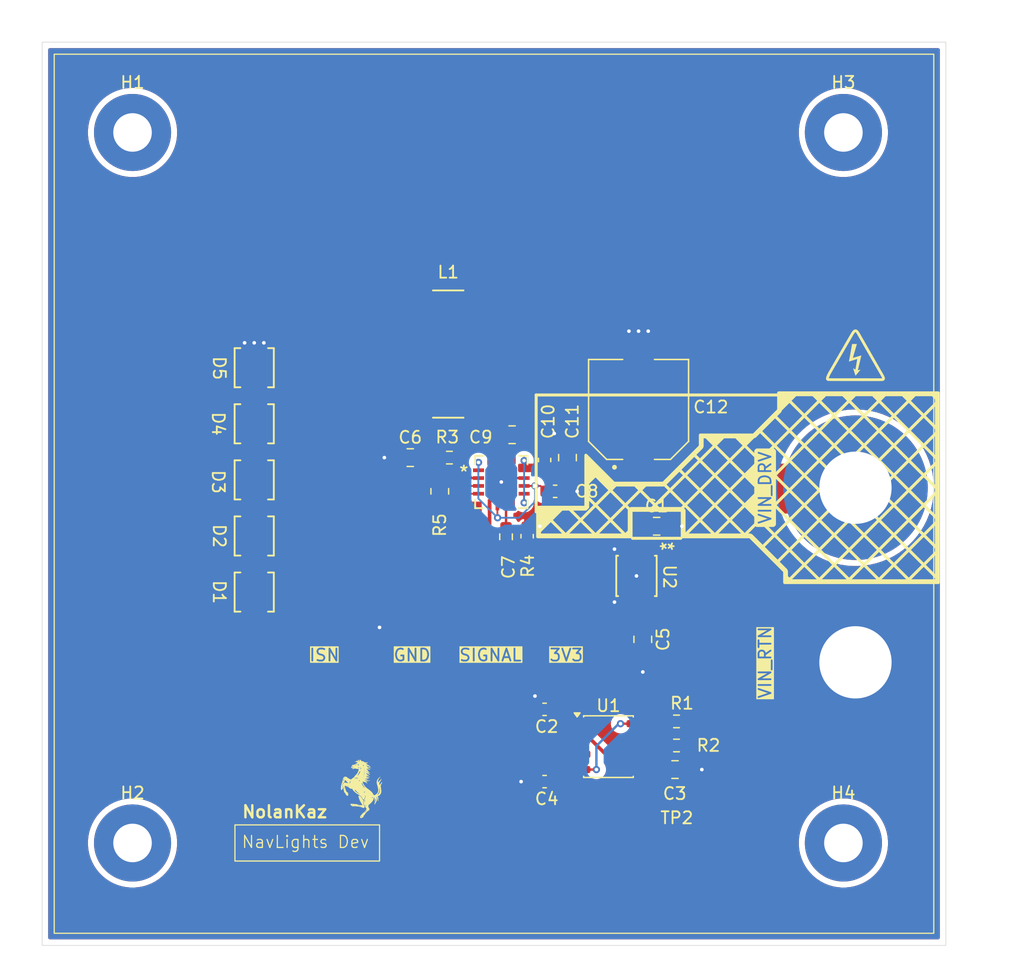
<source format=kicad_pcb>
(kicad_pcb (version 20241229) (generator "pcbnew") (generator_version "9.0")
  (layers (0 "F.Cu" signal) (4 "In1.Cu" signal) (6 "In2.Cu" signal) (2 "B.Cu" signal) (13 "F.Paste" user) (15 "B.Paste" user) (5 "F.SilkS" user "F.Silkscreen") (7 "B.SilkS" user "B.Silkscreen") (1 "F.Mask" user) (3 "B.Mask" user) (25 "Edge.Cuts" user))
  (net 0 "")
  (net 1 "Net-(U1-GND)")
  (net 2 "GND")
  (net 3 "/Main/THR")
  (net 4 "+3V3")
  (net 5 "/Main/ISP")
  (net 6 "Net-(C7-Pad1)")
  (net 7 "/Main/INTVCC")
  (net 8 "/Main/VIN")
  (net 9 "/Main/ISN")
  (net 10 "Net-(D1-K)")
  (net 11 "Net-(D2-K)")
  (net 12 "Net-(D3-K)")
  (net 13 "Net-(D4-K)")
  (net 14 "Net-(U1-DIS)")
  (net 15 "/Main/signal")
  (net 17 "Net-(U3-BST)")
  (net 18 "Net-(C9-Pad2)")
  (net 19 "Net-(U3-FB)")
  (net 20 "Net-(U3-VC)")
  (footprint "Capacitor_SMD:C_0805_2012Metric" (layer "F.Cu") (at 147.5 91.1 180)
    (property "Reference" "C9" (at 2.6 -0.2 0) (layer "F.SilkS"))
    (property "Value" "22nf")
    (pad "1" smd roundrect (at -0.95 0 180) (size 1 1.45) (layers "F.Cu" "F.Mask" "F.Paste") (net 17 "Net-(U3-BST)"))
    (pad "2" smd roundrect (at 0.95 0 180) (size 1 1.45) (layers "F.Cu" "F.Mask" "F.Paste") (net 18 "Net-(C9-Pad2)"))
  )
  (footprint "MountingHole:MountingHole_3.2mm_M3_Pad" (layer "F.Cu") (at 116 125)
    (property "Reference" "H2" (at 0 -4.15 0) (layer "F.SilkS"))
    (property "Value" "MountingHole")
    (pad "1" thru_hole circle (at 0 0) (size 6.4 6.4) (drill 3.2) (layers "*.Cu" "*.Mask"))
  )
  (footprint "Capacitor_SMD:C_0603_1608Metric" (layer "F.Cu") (at 151.075 95.8)
    (property "Reference" "C8" (at 2.625 0 0) (layer "F.SilkS"))
    (property "Value" "2.2uF")
    (pad "1" smd roundrect (at -0.775 0) (size 0.9 0.95) (layers "F.Cu" "F.Mask" "F.Paste") (net 7 "/Main/INTVCC"))
    (pad "2" smd roundrect (at 0.775 0) (size 0.9 0.95) (layers "F.Cu" "F.Mask" "F.Paste") (net 2 "GND"))
  )
  (footprint "Capacitor_SMD:C_0805_2012Metric" (layer "F.Cu") (at 158.35 108.091171 -90)
    (property "Reference" "C5" (at 0 -1.68 90) (layer "F.SilkS"))
    (property "Value" "10uF")
    (pad "1" smd roundrect (at -0.95 0 270) (size 1 1.45) (layers "F.Cu" "F.Mask" "F.Paste") (net 4 "+3V3"))
    (pad "2" smd roundrect (at 0.95 0 270) (size 1 1.45) (layers "F.Cu" "F.Mask" "F.Paste") (net 2 "GND"))
  )
  (footprint "_NavLights:HARWIN_S1751-46R" (layer "F.Cu") (at 132.2 107.1)
    (property "Reference" "ISN " (at 0.1 2.3 0) (layer "F.SilkS" knockout))
    (property "Value" "TP_ISN")
    (pad "1" smd rect (at 0 0) (size 3.45 1.85) (layers "F.Cu" "F.Mask" "F.Paste") (net 9 "/Main/ISN"))
  )
  (footprint "Resistor_SMD:R_0603_1608Metric" (layer "F.Cu") (at 161.15 114.905)
    (property "Reference" "R1" (at 0.45 -1.505 0) (layer "F.SilkS"))
    (property "Value" "100kOHm")
    (pad "1" smd roundrect (at -0.825 0) (size 0.8 0.95) (layers "F.Cu" "F.Mask" "F.Paste") (net 4 "+3V3"))
    (pad "2" smd roundrect (at 0.825 0) (size 0.8 0.95) (layers "F.Cu" "F.Mask" "F.Paste") (net 14 "Net-(U1-DIS)"))
  )
  (footprint "MountingHole:MountingHole_6mm_Pad_TopBottom" (layer "F.Cu") (at 176 110)
    (property "Reference" "VIN_RTN" (at -7.5 0 90) (layer "F.SilkS" knockout))
    (property "Value" "MountingHole_Pad")
    (pad "1" thru_hole circle (at 0 0) (size 6.4 6.4) (drill 6) (layers "*.Cu" "*.Mask") (net 2 "GND"))
    (pad "1" connect circle (at 0 0) (size 12 12) (layers "F.Cu" "F.Mask") (net 2 "GND"))
    (pad "1" connect circle (at 0 0) (size 12 12) (layers "B.Cu" "B.Mask") (net 2 "GND"))
  )
  (footprint "LOGO" (layer "F.Cu") (at 135 120.5)
    (property "Reference" "G***" (hide yes))
    (property "Value" "LOGO" (hide yes))
  )
  (footprint "Resistor_SMD:R_0805_2012Metric" (layer "F.Cu") (at 141.5 95.8 -90)
    (property "Reference" "R5" (at 2.8 0 270) (layer "F.SilkS"))
    (property "Value" "24mO")
    (pad "1" smd roundrect (at -0.9125 0 270) (size 1.025 1.4) (layers "F.Cu" "F.Mask" "F.Paste") (roundrect_rratio 0.243902) (net 5 "/Main/ISP"))
    (pad "2" smd roundrect (at 0.9125 0 270) (size 1.025 1.4) (layers "F.Cu" "F.Mask" "F.Paste") (roundrect_rratio 0.243902) (net 9 "/Main/ISN"))
  )
  (footprint "_NavLights:LED_JB3030AWT_3X3_CRE" (layer "F.Cu") (at 126.1 99.507 -90)
    (property "Reference" "D2" (at 0 2.9 270) (layer "F.SilkS"))
    (property "Value" "LED")
    (pad "1" smd rect (at -0.5842 0 270) (size 1.4224 2.2098) (layers "F.Cu" "F.Mask" "F.Paste") (net 11 "Net-(D2-K)"))
    (pad "2" smd rect (at 1.0541 0 270) (size 0.4826 2.2098) (layers "F.Cu" "F.Mask" "F.Paste") (net 10 "Net-(D1-K)"))
  )
  (footprint "_NavLights:LED_JB3030AWT_3X3_CRE" (layer "F.Cu") (at 126.1 90.1918 -90)
    (property "Reference" "D4" (at 0.000014 2.984951 270) (layer "F.SilkS"))
    (property "Value" "LED")
    (pad "1" smd rect (at -0.5842 0 270) (size 1.4224 2.2098) (layers "F.Cu" "F.Mask" "F.Paste") (net 13 "Net-(D4-K)"))
    (pad "2" smd rect (at 1.0541 0 270) (size 0.4826 2.2098) (layers "F.Cu" "F.Mask" "F.Paste") (net 12 "Net-(D3-K)"))
  )
  (footprint "_NavLights:LED_JB3030AWT_3X3_CRE" (layer "F.Cu") (at 126.1 85.5342 -90)
    (property "Reference" "D5" (at 0.0345 2.9 270) (layer "F.SilkS"))
    (property "Value" "LED")
    (pad "1" smd rect (at -0.5842 0 270) (size 1.4224 2.2098) (layers "F.Cu" "F.Mask" "F.Paste") (net 2 "GND"))
    (pad "2" smd rect (at 1.0541 0 270) (size 0.4826 2.2098) (layers "F.Cu" "F.Mask" "F.Paste") (net 13 "Net-(D4-K)"))
  )
  (footprint "MountingHole:MountingHole_3.2mm_M3_Pad" (layer "F.Cu") (at 175 125)
    (property "Reference" "H4" (at 0 -4.15 0) (layer "F.SilkS"))
    (property "Value" "MountingHole")
    (pad "1" thru_hole circle (at 0 0) (size 6.4 6.4) (drill 3.2) (layers "*.Cu" "*.Mask"))
  )
  (footprint "Capacitor_SMD:C_0603_1608Metric" (layer "F.Cu") (at 148.75 99.525 90)
    (property "Reference" "C7" (at -2.575 -1.55 90) (layer "F.SilkS"))
    (property "Value" "47pF")
    (pad "1" smd roundrect (at -0.775 0 90) (size 0.9 0.95) (layers "F.Cu" "F.Mask" "F.Paste") (net 6 "Net-(C7-Pad1)"))
    (pad "2" smd roundrect (at 0.775 0 90) (size 0.9 0.95) (layers "F.Cu" "F.Mask" "F.Paste") (net 2 "GND"))
  )
  (footprint "_NavLights:LED_JB3030AWT_3X3_CRE" (layer "F.Cu") (at 126.1 104.1646 -90)
    (property "Reference" "D1" (at 0 2.9 270) (layer "F.SilkS"))
    (property "Value" "LED")
    (pad "1" smd rect (at -0.5842 0 270) (size 1.4224 2.2098) (layers "F.Cu" "F.Mask" "F.Paste") (net 10 "Net-(D1-K)"))
    (pad "2" smd rect (at 1.0541 0 270) (size 0.4826 2.2098) (layers "F.Cu" "F.Mask" "F.Paste") (net 9 "/Main/ISN"))
  )
  (footprint "Capacitor_SMD:C_0805_2012Metric" (layer "F.Cu") (at 152.1 93 90)
    (property "Reference" "C11" (at 3 0.4 90) (layer "F.SilkS"))
    (property "Value" "10uF")
    (pad "1" smd roundrect (at -0.95 0 90) (size 1 1.45) (layers "F.Cu" "F.Mask" "F.Paste") (net 8 "/Main/VIN"))
    (pad "2" smd roundrect (at 0.95 0 90) (size 1 1.45) (layers "F.Cu" "F.Mask" "F.Paste") (net 2 "GND"))
  )
  (footprint "MountingHole:MountingHole_3.2mm_M3_Pad" (layer "F.Cu") (at 175 66)
    (property "Reference" "H3" (at 0 -4.15 0) (layer "F.SilkS"))
    (property "Value" "MountingHole")
    (pad "1" thru_hole circle (at 0 0) (size 6.4 6.4) (drill 3.2) (layers "*.Cu" "*.Mask"))
  )
  (footprint "Capacitor_SMD:C_0603_1608Metric" (layer "F.Cu") (at 150.2 119.905 180)
    (property "Reference" "C4" (at -0.175 -1.43 0) (layer "F.SilkS"))
    (property "Value" "0.1uF")
    (pad "1" smd roundrect (at -0.775 0 180) (size 0.9 0.95) (layers "F.Cu" "F.Mask" "F.Paste") (net 4 "+3V3"))
    (pad "2" smd roundrect (at 0.775 0 180) (size 0.9 0.95) (layers "F.Cu" "F.Mask" "F.Paste") (net 2 "GND"))
  )
  (footprint "Resistor_SMD:R_0603_1608Metric" (layer "F.Cu") (at 147 99.575 -90)
    (property "Reference" "R4" (at 2.425 -1.8 90) (layer "F.SilkS"))
    (property "Value" "10kO")
    (pad "1" smd roundrect (at -0.825 0 270) (size 0.8 0.95) (layers "F.Cu" "F.Mask" "F.Paste") (net 20 "Net-(U3-VC)"))
    (pad "2" smd roundrect (at 0.825 0 270) (size 0.8 0.95) (layers "F.Cu" "F.Mask" "F.Paste") (net 6 "Net-(C7-Pad1)"))
  )
  (footprint "Resistor_SMD:R_0603_1608Metric" (layer "F.Cu") (at 161.15 116.905)
    (property "Reference" "R2" (at 2.65 -0.005 0) (layer "F.SilkS"))
    (property "Value" "2490kOHm")
    (pad "1" smd roundrect (at -0.825 0) (size 0.8 0.95) (layers "F.Cu" "F.Mask" "F.Paste") (net 14 "Net-(U1-DIS)"))
    (pad "2" smd roundrect (at 0.825 0) (size 0.8 0.95) (layers "F.Cu" "F.Mask" "F.Paste") (net 3 "/Main/THR"))
  )
  (footprint "_NavLights:HARWIN_S1751-46R" (layer "F.Cu") (at 139.2 107.1)
    (property "Reference" "GND" (at 0 2.3 0) (layer "F.SilkS" knockout))
    (property "Value" "TP_GND")
    (pad "1" smd rect (at 0 0) (size 3.45 1.85) (layers "F.Cu" "F.Mask" "F.Paste") (net 2 "GND"))
  )
  (footprint "Resistor_SMD:R_0603_1608Metric" (layer "F.Cu") (at 142.3 93)
    (property "Reference" "R3" (at -0.175 -1.7 0) (layer "F.SilkS"))
    (property "Value" "274kOhm")
    (pad "1" smd roundrect (at -0.825 0) (size 0.8 0.95) (layers "F.Cu" "F.Mask" "F.Paste") (net 5 "/Main/ISP"))
    (pad "2" smd roundrect (at 0.825 0) (size 0.8 0.95) (layers "F.Cu" "F.Mask" "F.Paste") (net 19 "Net-(U3-FB)"))
  )
  (footprint "LOGO" (layer "F.Cu") (at 176 84.5)
    (property "Reference" "G***" (hide yes))
    (property "Value" "LOGO" (hide yes))
  )
  (footprint "MountingHole:MountingHole_3.2mm_M3_Pad" (layer "F.Cu") (at 116 66)
    (property "Reference" "H1" (at 0 -4.15 0) (layer "F.SilkS"))
    (property "Value" "MountingHole")
    (pad "1" thru_hole circle (at 0 0) (size 6.4 6.4) (drill 3.2) (layers "*.Cu" "*.Mask"))
  )
  (footprint "_NavLights:LED_JB3030AWT_3X3_CRE" (layer "F.Cu") (at 126.1 94.8494 -90)
    (property "Reference" "D3" (at 0.166677 2.984951 270) (layer "F.SilkS"))
    (property "Value" "LED")
    (pad "1" smd rect (at -0.5842 0 270) (size 1.4224 2.2098) (layers "F.Cu" "F.Mask" "F.Paste") (net 12 "Net-(D3-K)"))
    (pad "2" smd rect (at 1.0541 0 270) (size 0.4826 2.2098) (layers "F.Cu" "F.Mask" "F.Paste") (net 11 "Net-(D2-K)"))
  )
  (footprint "Capacitor_SMD:C_0805_2012Metric" (layer "F.Cu") (at 161.025 118.905)
    (property "Reference" "C3" (at -0.025 1.995 0) (layer "F.SilkS"))
    (property "Value" "0.27")
    (pad "1" smd roundrect (at -0.95 0) (size 1 1.45) (layers "F.Cu" "F.Mask" "F.Paste") (net 3 "/Main/THR"))
    (pad "2" smd roundrect (at 0.95 0) (size 1 1.45) (layers "F.Cu" "F.Mask" "F.Paste") (net 2 "GND"))
  )
  (footprint "_NavLights:HARWIN_S1751-46R" (layer "F.Cu") (at 152 107.1)
    (property "Reference" "3V3" (at 0 2.3 0) (layer "F.SilkS" knockout))
    (property "Value" "3V3")
    (pad "1" smd rect (at 0 0) (size 3.45 1.85) (layers "F.Cu" "F.Mask" "F.Paste") (net 4 "+3V3"))
  )
  (footprint "_NavLights:IND_BOURNS_SRN1060" (layer "F.Cu") (at 142.2 84.4 180)
    (property "Reference" "L1" (at 0 6.8 0) (layer "F.SilkS"))
    (property "Value" "150uH")
    (pad "1" smd rect (at -3.302 0 180) (size 3.5052 10.2108) (layers "F.Cu" "F.Mask" "F.Paste") (net 18 "Net-(C9-Pad2)"))
    (pad "2" smd rect (at 3.302 0 180) (size 3.5052 10.2108) (layers "F.Cu" "F.Mask" "F.Paste") (net 5 "/Main/ISP"))
    (zone (net 0) (net_name "") (layer "F.Cu") (connect_pads (clearance 0)) (min_thickness 0.254)
      (keepout (tracks not_allowed) (vias not_allowed) (pads allowed) (copperpour not_allowed) (footprints allowed))
      (fill (thermal_gap 0.508) (thermal_bridge_width 0.508))
      (polygon (pts (xy 143.6986 89.5054) (xy 140.7014 89.5054) (xy 140.7014 79.2946) (xy 143.6986 79.2946)))
    )
  )
  (footprint "Capacitor_SMD:C_0805_2012Metric" (layer "F.Cu") (at 139.05 93)
    (property "Reference" "C6" (at 0 -1.68 0) (layer "F.SilkS"))
    (property "Value" "4.7uF")
    (pad "1" smd roundrect (at -0.95 0) (size 1 1.45) (layers "F.Cu" "F.Mask" "F.Paste") (net 2 "GND"))
    (pad "2" smd roundrect (at 0.95 0) (size 1 1.45) (layers "F.Cu" "F.Mask" "F.Paste") (net 5 "/Main/ISP"))
  )
  (footprint "Package_SO:SOIC-8_3.9x4.9mm_P1.27mm" (layer "F.Cu") (at 155.5 117)
    (property "Reference" "U1" (at 0 -3.4 0) (layer "F.SilkS"))
    (property "Value" "LMC555xCMX")
    (pad "1" smd roundrect (at -2.475 -1.905) (size 1.95 0.6) (layers "F.Cu" "F.Mask" "F.Paste") (net 1 "Net-(U1-GND)"))
    (pad "2" smd roundrect (at -2.475 -0.635) (size 1.95 0.6) (layers "F.Cu" "F.Mask" "F.Paste") (net 3 "/Main/THR"))
    (pad "3" smd roundrect (at -2.475 0.635) (size 1.95 0.6) (layers "F.Cu" "F.Mask" "F.Paste") (net 15 "/Main/signal"))
    (pad "4" smd roundrect (at -2.475 1.905) (size 1.95 0.6) (layers "F.Cu" "F.Mask" "F.Paste") (net 4 "+3V3"))
    (pad "5" smd roundrect (at 2.475 1.905) (size 1.95 0.6) (layers "F.Cu" "F.Mask" "F.Paste"))
    (pad "6" smd roundrect (at 2.475 0.635) (size 1.95 0.6) (layers "F.Cu" "F.Mask" "F.Paste") (net 3 "/Main/THR"))
    (pad "7" smd roundrect (at 2.475 -0.635) (size 1.95 0.6) (layers "F.Cu" "F.Mask" "F.Paste") (net 14 "Net-(U1-DIS)"))
    (pad "8" smd roundrect (at 2.475 -1.905) (size 1.95 0.6) (layers "F.Cu" "F.Mask" "F.Paste") (net 4 "+3V3"))
  )
  (footprint "_NavLights:HARWIN_S1751-46R" (layer "F.Cu") (at 145.6 107.1)
    (property "Reference" "SIGNAL" (at 0.1 2.3 0) (layer "F.SilkS" knockout))
    (property "Value" "TP_SIGNAL")
    (pad "1" smd rect (at 0 0) (size 3.45 1.85) (layers "F.Cu" "F.Mask" "F.Paste") (net 15 "/Main/signal"))
  )
  (footprint "Capacitor_SMD:C_0805_2012Metric" (layer "F.Cu") (at 159.5 98.7)
    (property "Reference" "C1" (at 0 -1.68 0) (layer "F.SilkS"))
    (property "Value" "10uF")
    (pad "1" smd roundrect (at -0.95 0) (size 1 1.45) (layers "F.Cu" "F.Mask" "F.Paste") (net 8 "/Main/VIN"))
    (pad "2" smd roundrect (at 0.95 0) (size 1 1.45) (layers "F.Cu" "F.Mask" "F.Paste") (net 2 "GND"))
  )
  (footprint "_NavLights:VSSOP8_DGN_TEX" (layer "F.Cu") (at 157.824979 102.825021 -90)
    (property "Reference" "U2" (at 0.072526 -2.74799 270) (layer "F.SilkS"))
    (property "Value" "TPS7B8133QDGNRQ1")
    (fp_text user "*" (at -2.47015 -2.549779 270) (layer "F.SilkS"))
    (fp_text user "*" (at -2.47015 -2.549779 90) (layer "F.SilkS"))
    (pad "1" smd rect (at -2.21615 -0.974979 270) (size 1.3335 0.4318) (layers "F.Cu" "F.Mask" "F.Paste") (net 8 "/Main/VIN"))
    (pad "2" smd rect (at -2.21615 -0.324993 270) (size 1.3335 0.4318) (layers "F.Cu" "F.Mask" "F.Paste") (net 8 "/Main/VIN"))
    (pad "3" smd rect (at -2.21615 0.324993 270) (size 1.3335 0.4318) (layers "F.Cu" "F.Mask" "F.Paste"))
    (pad "4" smd rect (at -2.21615 0.974979 270) (size 1.3335 0.4318) (layers "F.Cu" "F.Mask" "F.Paste") (net 2 "GND"))
    (pad "5" smd rect (at 2.21615 0.974979 270) (size 1.3335 0.4318) (layers "F.Cu" "F.Mask" "F.Paste") (net 2 "GND"))
    (pad "6" smd rect (at 2.21615 0.324993 270) (size 1.3335 0.4318) (layers "F.Cu" "F.Mask" "F.Paste") (net 2 "GND"))
    (pad "7" smd rect (at 2.21615 -0.324993 270) (size 1.3335 0.4318) (layers "F.Cu" "F.Mask" "F.Paste"))
    (pad "8" smd rect (at 2.21615 -0.974979 270) (size 1.3335 0.4318) (layers "F.Cu" "F.Mask" "F.Paste") (net 4 "+3V3"))
    (pad "9" smd rect (at 0 0 270) (size 1.8542 2.159) (layers "F.Cu" "F.Mask" "F.Paste") (net 2 "GND"))
  )
  (footprint "_NavLights:HARWIN_S1751-46R" (layer "F.Cu") (at 160 125)
    (property "Reference" "TP2" (at 1.175 -2.085 0) (layer "F.SilkS"))
    (property "Value" "TP_THR")
    (pad "1" smd rect (at 0 0) (size 3.45 1.85) (layers "F.Cu" "F.Mask" "F.Paste") (net 3 "/Main/THR"))
  )
  (footprint "_NavLights:05-08-1799_ADI" (layer "F.Cu") (at 146.6077 95.025021)
    (property "Reference" "U3" (hide yes))
    (property "Value" "LT8374RUFM-WPBF")
    (fp_text user "*" (at -3.1077 -0.825021 0) (layer "F.SilkS"))
    (pad "1" smd rect (at -1.8923 -0.974979 90) (size 0.3048 0.9144) (layers "F.Cu" "F.Mask" "F.Paste") (net 7 "/Main/INTVCC"))
    (pad "2" smd rect (at -1.8923 -0.324993 90) (size 0.3048 0.9144) (layers "F.Cu" "F.Mask" "F.Paste") (net 19 "Net-(U3-FB)"))
    (pad "3" smd rect (at -1.8923 0.324993 90) (size 0.3048 0.9144) (layers "F.Cu" "F.Mask" "F.Paste") (net 5 "/Main/ISP"))
    (pad "4" smd rect (at -1.8923 0.974979 90) (size 0.3048 0.9144) (layers "F.Cu" "F.Mask" "F.Paste") (net 9 "/Main/ISN"))
    (pad "5" smd rect (at -0.974979 1.8923) (size 0.3048 0.9144) (layers "F.Cu" "F.Mask" "F.Paste") (net 15 "/Main/signal"))
    (pad "6" smd rect (at -0.324993 1.8923) (size 0.3048 0.9144) (layers "F.Cu" "F.Mask" "F.Paste") (net 7 "/Main/INTVCC"))
    (pad "7" smd rect (at 0.324993 1.8923) (size 0.3048 0.9144) (layers "F.Cu" "F.Mask" "F.Paste") (net 20 "Net-(U3-VC)"))
    (pad "8" smd rect (at 0.974979 1.8923) (size 0.3048 0.9144) (layers "F.Cu" "F.Mask" "F.Paste") (net 2 "GND"))
    (pad "9" smd rect (at 1.8923 0.974979 90) (size 0.3048 0.9144) (layers "F.Cu" "F.Mask" "F.Paste") (net 8 "/Main/VIN"))
    (pad "10" smd rect (at 1.8923 0.324993 90) (size 0.3048 0.9144) (layers "F.Cu" "F.Mask" "F.Paste") (net 7 "/Main/INTVCC"))
    (pad "11" smd rect (at 1.8923 -0.324993 90) (size 0.3048 0.9144) (layers "F.Cu" "F.Mask" "F.Paste") (net 2 "GND"))
    (pad "12" smd rect (at 1.8923 -0.974979 90) (size 0.3048 0.9144) (layers "F.Cu" "F.Mask" "F.Paste") (net 8 "/Main/VIN"))
    (pad "13" smd rect (at 0.974979 -1.8923) (size 0.3048 0.9144) (layers "F.Cu" "F.Mask" "F.Paste") (net 17 "Net-(U3-BST)"))
    (pad "14" smd rect (at 0.324993 -1.8923) (size 0.3048 0.9144) (layers "F.Cu" "F.Mask" "F.Paste") (net 18 "Net-(C9-Pad2)"))
    (pad "15" smd rect (at -0.324993 -1.8923) (size 0.3048 0.9144) (layers "F.Cu" "F.Mask" "F.Paste") (net 18 "Net-(C9-Pad2)"))
    (pad "16" smd rect (at -0.974979 -1.8923) (size 0.3048 0.9144) (layers "F.Cu" "F.Mask" "F.Paste") (net 18 "Net-(C9-Pad2)"))
    (pad "17" smd rect (at 0 0) (size 2.2606 2.2606) (layers "F.Cu" "F.Mask" "F.Paste") (net 2 "GND"))
  )
  (footprint "_NavLights:CAP_EEEFN2A100L" (layer "F.Cu") (at 158 89 90)
    (property "Reference" "C12" (at 0.2 6 180) (layer "F.SilkS"))
    (property "Value" "47uF")
    (pad "1" smd rect (at -3.55 0 90) (size 4 2) (layers "F.Cu" "F.Mask" "F.Paste") (net 8 "/Main/VIN"))
    (pad "2" smd rect (at 3.55 0 90) (size 4 2) (layers "F.Cu" "F.Mask" "F.Paste") (net 2 "GND"))
  )
  (footprint "Capacitor_SMD:C_0603_1608Metric" (layer "F.Cu") (at 150.2 113.905 180)
    (property "Reference" "C2" (at -0.175 -1.43 0) (layer "F.SilkS"))
    (property "Value" "0.1uF")
    (pad "1" smd roundrect (at -0.775 0 180) (size 0.9 0.95) (layers "F.Cu" "F.Mask" "F.Paste") (net 1 "Net-(U1-GND)"))
    (pad "2" smd roundrect (at 0.775 0 180) (size 0.9 0.95) (layers "F.Cu" "F.Mask" "F.Paste") (net 2 "GND"))
  )
  (footprint "MountingHole:MountingHole_6mm_Pad_TopBottom" (layer "F.Cu") (at 176 95.5)
    (property "Reference" "VIN_DRV" (at -7.5 0 90) (layer "F.SilkS" knockout))
    (property "Value" "MountingHole_Pad")
    (pad "1" thru_hole circle (at 0 0) (size 6.4 6.4) (drill 6) (layers "*.Cu" "*.Mask") (net 8 "/Main/VIN"))
    (pad "1" connect circle (at 0 0) (size 12 12) (layers "F.Cu" "F.Mask") (net 8 "/Main/VIN"))
    (pad "1" connect circle (at 0 0) (size 12 12) (layers "B.Cu" "B.Mask") (net 8 "/Main/VIN"))
  )
  (footprint "Capacitor_SMD:C_0603_1608Metric" (layer "F.Cu") (at 150.2 93.2 90)
    (property "Reference" "C10" (at 3.2 0.3 90) (layer "F.SilkS"))
    (property "Value" "1uF")
    (pad "1" smd roundrect (at -0.775 0 90) (size 0.9 0.95) (layers "F.Cu" "F.Mask" "F.Paste") (net 8 "/Main/VIN"))
    (pad "2" smd roundrect (at 0.775 0 90) (size 0.9 0.95) (layers "F.Cu" "F.Mask" "F.Paste") (net 2 "GND"))
  )
  (gr_line (start 157.5 99.7) (end 161.5 99.7) (stroke (width 0.25)) (layer "F.SilkS"))
  (gr_rect (start 109.5 59.5) (end 182.5 132.5) (stroke (width 0.1)) (fill no) (layer "F.SilkS"))
  (gr_line (start 149.5 97.5) (end 149.5 87.8) (stroke (width 0.25)) (layer "F.SilkS"))
  (gr_line (start 149.5 87.8) (end 169.5 87.8) (stroke (width 0.25)) (layer "F.SilkS"))
  (gr_rect (start 124.5 123.5) (end 136.5 126.5) (stroke (width 0.1)) (fill no) (layer "F.SilkS"))
  (gr_rect (start 108.5 58.5) (end 183.5 133.5) (stroke (width 0.05)) (fill no) (layer "Edge.Cuts"))
  (gr_text "NolanKaz" (at 125 123 0) (layer "F.SilkS") (effects (font (size 1 1) (thickness 0.2) (bold yes)) (justify left bottom)))
  (gr_text "NavLights Dev" (at 125 125.5 0) (layer "F.SilkS") (effects (font (size 1 1) (thickness 0.1)) (justify left bottom)))
  (segment (start 153.025 115.095) (end 151.835 113.905) (width 0.3) (layer "F.Cu") (net 1))
  (segment (start 151.835 113.905) (end 150.975 113.905) (width 0.3) (layer "F.Cu") (net 1))
  (segment (start 147.8428 94.700028) (end 147.582679 94.960149) (width 0.2) (layer "F.Cu") (net 2))
  (segment (start 158.35 109.041171) (end 158.35 110.8) (width 0.2) (layer "F.Cu") (net 2))
  (segment (start 148.5 94.700028) (end 147.8428 94.700028) (width 0.2) (layer "F.Cu") (net 2))
  (segment (start 156.85 100.608871) (end 156.85 105.041171) (width 0.2) (layer "F.Cu") (net 2))
  (segment (start 147.582679 94.960149) (end 147.582679 96.917321) (width 0.2) (layer "F.Cu") (net 2))
  (via (at 156 100.6) (size 0.6) (drill 0.3) (layers "F.Cu" "B.Cu") (net 2))
  (via (at 161.6 98.7) (size 0.6) (drill 0.3) (layers "F.Cu" "B.Cu") (net 2))
  (via (at 152.9 95.8) (size 0.6) (drill 0.3) (layers "F.Cu" "B.Cu") (net 2))
  (via (at 149.4 112.8) (size 0.6) (drill 0.3) (layers "F.Cu" "B.Cu") (net 2))
  (via (at 126.1 83.4687) (size 0.6) (drill 0.3) (layers "F.Cu" "B.Cu") (net 2))
  (via (at 158.8 82.5) (size 0.6) (drill 0.3) (layers "F.Cu" "B.Cu") (net 2))
  (via (at 126.9 83.4687) (size 0.6) (drill 0.3) (layers "F.Cu" "B.Cu") (net 2))
  (via (at 158.35 110.8) (size 0.6) (drill 0.3) (layers "F.Cu" "B.Cu") (net 2))
  (via (at 163.25 118.905) (size 0.6) (drill 0.3) (layers "F.Cu" "B.Cu") (net 2))
  (via (at 149.8 98.7) (size 0.6) (drill 0.3) (layers "F.Cu" "B.Cu") (net 2))
  (via (at 157.824979 102.825021) (size 0.6) (drill 0.3) (layers "F.Cu" "B.Cu") (net 2))
  (via (at 136.5 107.1) (size 0.6) (drill 0.3) (layers "F.Cu" "B.Cu") (net 2))
  (via (at 158 82.5) (size 0.6) (drill 0.3) (layers "F.Cu" "B.Cu") (net 2))
  (via (at 148.25 119.905) (size 0.6) (drill 0.3) (layers "F.Cu" "B.Cu") (net 2))
  (via (at 125.3 83.4687) (size 0.6) (drill 0.3) (layers "F.Cu" "B.Cu") (net 2))
  (via (at 136.9 93) (size 0.6) (drill 0.3) (layers "F.Cu" "B.Cu") (net 2))
  (via (at 157.2 82.5) (size 0.6) (drill 0.3) (layers "F.Cu" "B.Cu") (net 2))
  (via (at 151 91) (size 0.6) (drill 0.3) (layers "F.Cu" "B.Cu") (net 2))
  (via (at 146.6077 95.025021) (size 0.6) (drill 0.3) (layers "F.Cu" "B.Cu") (net 2))
  (via (at 156 105) (size 0.6) (drill 0.3) (layers "F.Cu" "B.Cu") (net 2))
  (segment (start 153.999999 116.365) (end 155.269999 117.635) (width 0.3) (layer "F.Cu") (net 3))
  (segment (start 155.269999 117.635) (end 157.975 117.635) (width 0.3) (layer "F.Cu") (net 3))
  (segment (start 153.025 116.365) (end 153.999999 116.365) (width 0.3) (layer "F.Cu") (net 3))
  (segment (start 160.075 118.905) (end 158.805 117.635) (width 0.3) (layer "F.Cu") (net 3))
  (segment (start 160.075 119.425) (end 160 119.5) (width 0.3) (layer "F.Cu") (net 3))
  (segment (start 160.075 118.905) (end 160.075 119.425) (width 0.3) (layer "F.Cu") (net 3))
  (segment (start 158.805 117.635) (end 157.975 117.635) (width 0.3) (layer "F.Cu") (net 3))
  (segment (start 161.975 117.005) (end 161.975 116.905) (width 0.3) (layer "F.Cu") (net 3))
  (segment (start 160 119.5) (end 160 125) (width 0.3) (layer "F.Cu") (net 3))
  (segment (start 160.075 118.905) (end 161.975 117.005) (width 0.3) (layer "F.Cu") (net 3))
  (segment (start 160.325 114.905) (end 160.135 115.095) (width 0.3) (layer "F.Cu") (net 4))
  (segment (start 158.35 107.141171) (end 158.799958 106.691213) (width 0.3) (layer "F.Cu") (net 4))
  (segment (start 157.975 115.095) (end 156.5 115.095) (width 0.2) (layer "F.Cu") (net 4))
  (segment (start 153.025 118.905) (end 151.975 118.905) (width 0.3) (layer "F.Cu") (net 4))
  (segment (start 157.941171 107.141171) (end 157.9 107.1) (width 0.3) (layer "F.Cu") (net 4))
  (segment (start 160.135 115.095) (end 157.975 115.095) (width 0.3) (layer "F.Cu") (net 4))
  (segment (start 158.799958 106.691213) (end 158.799958 105.041171) (width 0.3) (layer "F.Cu") (net 4))
  (segment (start 151.975 118.905) (end 150.975 119.905) (width 0.3) (layer "F.Cu") (net 4))
  (segment (start 157.9 107.1) (end 152 107.1) (width 0.3) (layer "F.Cu") (net 4))
  (segment (start 158.35 107.141171) (end 157.941171 107.141171) (width 0.3) (layer "F.Cu") (net 4))
  (segment (start 160.325 109.116171) (end 160.325 114.905) (width 0.3) (layer "F.Cu") (net 4))
  (segment (start 156.5 115.095) (end 156.345 115.095) (width 0.2) (layer "F.Cu") (net 4))
  (segment (start 153.025 118.905) (end 154.5 118.905) (width 0.2) (layer "F.Cu") (net 4))
  (segment (start 158.35 107.141171) (end 160.325 109.116171) (width 0.3) (layer "F.Cu") (net 4))
  (via (at 154.5 118.905) (size 0.6) (drill 0.3) (layers "F.Cu" "B.Cu") (net 4))
  (via (at 156.5 115.095) (size 0.6) (drill 0.3) (layers "F.Cu" "B.Cu") (net 4))
  (segment (start 154.5 116.95) (end 154.5 118.905) (width 0.2) (layer "B.Cu") (net 4))
  (segment (start 156.355 115.095) (end 154.5 116.95) (width 0.2) (layer "B.Cu") (net 4))
  (segment (start 156.5 115.095) (end 156.355 115.095) (width 0.2) (layer "B.Cu") (net 4))
  (segment (start 141.5 95.5) (end 141.6 95.6) (width 0.15) (layer "F.Cu") (net 5))
  (segment (start 143.7 95.6) (end 143.949986 95.350014) (width 0.15) (layer "F.Cu") (net 5))
  (segment (start 141.6 95.6) (end 143.7 95.6) (width 0.15) (layer "F.Cu") (net 5))
  (segment (start 141.5 94.8875) (end 141.5 95.5) (width 0.15) (layer "F.Cu") (net 5))
  (segment (start 143.949986 95.350014) (end 144.7154 95.350014) (width 0.15) (layer "F.Cu") (net 5))
  (segment (start 147.1 100.3) (end 147 100.4) (width 0.2) (layer "F.Cu") (net 6))
  (segment (start 148.75 100.3) (end 147.1 100.3) (width 0.2) (layer "F.Cu") (net 6))
  (segment (start 150.3 95.8) (end 149.850014 95.350014) (width 0.15) (layer "F.Cu") (net 7))
  (segment (start 146.282707 97.981058) (end 146.296296 97.994647) (width 0.15) (layer "F.Cu") (net 7))
  (segment (start 149.4 95.350014) (end 148.5 95.350014) (width 0.15) (layer "F.Cu") (net 7))
  (segment (start 146.282707 96.917321) (end 146.282707 97.981058) (width 0.15) (layer "F.Cu") (net 7))
  (segment (start 149.850014 95.350014) (end 149.4 95.350014) (width 0.15) (layer "F.Cu") (net 7))
  (segment (start 144.7154 93.4) (end 144.7154 94.050042) (width 0.15) (layer "F.Cu") (net 7))
  (via (at 146.296296 97.994647) (size 0.6) (drill 0.3) (layers "F.Cu" "B.Cu") (net 7))
  (via (at 144.7154 93.4) (size 0.6) (drill 0.3) (layers "F.Cu" "B.Cu") (net 7))
  (via (at 149.4 95.350014) (size 0.6) (drill 0.3) (layers "F.Cu" "B.Cu") (net 7))
  (segment (start 144.7 93.4154) (end 144.7 96.398351) (width 0.15) (layer "B.Cu") (net 7))
  (segment (start 149.4 96.664588) (end 149.4 95.350014) (width 0.15) (layer "B.Cu") (net 7))
  (segment (start 148.069941 97.994647) (end 149.4 96.664588) (width 0.15) (layer "B.Cu") (net 7))
  (segment (start 146.296296 97.994647) (end 148.069941 97.994647) (width 0.15) (layer "B.Cu") (net 7))
  (segment (start 144.7 96.398351) (end 146.296296 97.994647) (width 0.15) (layer "B.Cu") (net 7))
  (segment (start 144.7154 93.4) (end 144.7 93.4154) (width 0.15) (layer "B.Cu") (net 7))
  (segment (start 148.5 96) (end 148.5 96.75) (width 0.15) (layer "F.Cu") (net 8))
  (segment (start 148.5 94.050042) (end 148.5 93.25) (width 0.15) (layer "F.Cu") (net 8))
  (via (at 148.5 93.25) (size 0.6) (drill 0.3) (layers "F.Cu" "B.Cu") (net 8))
  (via (at 148.5 96.75) (size 0.6) (drill 0.3) (layers "F.Cu" "B.Cu") (net 8))
  (segment (start 148.5 96.75) (end 148.5 93.25) (width 0.15) (layer "B.Cu") (net 8))
  (segment (start 141.5 96.7125) (end 141.5 96.1) (width 0.15) (layer "F.Cu") (net 9))
  (segment (start 141.6 96) (end 144.7154 96) (width 0.15) (layer "F.Cu") (net 9))
  (segment (start 132.2 107.1) (end 132.2 105.3) (width 0.3) (layer "F.Cu") (net 9))
  (segment (start 141.5 96.1) (end 141.6 96) (width 0.15) (layer "F.Cu") (net 9))
  (segment (start 160.325 116.905) (end 160.325 116.555) (width 0.3) (layer "F.Cu") (net 14))
  (segment (start 157.975 116.365) (end 159.785 116.365) (width 0.3) (layer "F.Cu") (net 14))
  (segment (start 160.325 116.555) (end 161.975 114.905) (width 0.3) (layer "F.Cu") (net 14))
  (segment (start 159.785 116.365) (end 160.325 116.905) (width 0.3) (layer "F.Cu") (net 14))
  (segment (start 145.632721 96.917321) (end 145.632721 112.632721) (width 0.3) (layer "F.Cu") (net 15))
  (segment (start 150.635 117.635) (end 153.025 117.635) (width 0.3) (layer "F.Cu") (net 15))
  (segment (start 145.632721 112.632721) (end 150.635 117.635) (width 0.3) (layer "F.Cu") (net 15))
  (segment (start 143.125 93.671242) (end 144.153786 94.700028) (width 0.2) (layer "F.Cu") (net 19))
  (segment (start 143.125 93) (end 143.125 93.671242) (width 0.2) (layer "F.Cu") (net 19))
  (segment (start 144.153786 94.700028) (end 144.7154 94.700028) (width 0.2) (layer "F.Cu") (net 19))
  (segment (start 147 98.75) (end 147 96.984628) (width 0.2) (layer "F.Cu") (net 20))
  (segment (start 147 96.984628) (end 146.932693 96.917321) (width 0.2) (layer "F.Cu") (net 20))
  (zone (net 9) (net_name "/Main/ISN") (layer "F.Cu") (priority 12) (connect_pads yes (clearance 0.01)) (min_thickness 0.25) (fill yes (thermal_gap 0.5) (thermal_bridge_width 0.5))
    (polygon (pts (xy 125.8 105.5) (xy 136.6 105.5) (xy 142.2 97.4) (xy 142.2 96.2) (xy 140.8 96.2) (xy 140.8 97.4) (xy 135.4 105) (xy 125.8 105)))
  )
  (zone (net 12) (net_name "Net-(D3-K)") (layer "F.Cu") (priority 10) (connect_pads yes (clearance 0.01)) (min_thickness 0.25) (fill yes (thermal_gap 0.5) (thermal_bridge_width 0.5))
    (polygon (pts (xy 125 95) (xy 127.2 95) (xy 127.2 90.95) (xy 124.95 90.95)))
  )
  (zone (net 17) (net_name "Net-(U3-BST)") (layer "F.Cu") (priority 5) (connect_pads yes (clearance 0.01)) (min_thickness 0.25) (fill yes (thermal_gap 0.5) (thermal_bridge_width 0.5))
    (polygon (pts (xy 147.4 93.6) (xy 147.4 92.2) (xy 148 90.4) (xy 149 90.4) (xy 149 91.9) (xy 147.8 92.7) (xy 147.8 93.6)))
  )
  (zone (net 10) (net_name "Net-(D1-K)") (layer "F.Cu") (priority 7) (connect_pads yes (clearance 0.01)) (min_thickness 0.25) (fill yes (thermal_gap 0.5) (thermal_bridge_width 0.5))
    (polygon (pts (xy 127.2 103) (xy 125 103) (xy 125 100.6) (xy 127.2 100.6)))
  )
  (zone (net 8) (net_name "/Main/VIN") (layer "F.Cu") (priority 4) (connect_pads yes (clearance 0.01)) (min_thickness 0.25) (fill yes (thermal_gap 0.5) (thermal_bridge_width 0.5))
    (polygon (pts (xy 154.25 97.65) (xy 154.25 95.6875) (xy 153.0625 94.5) (xy 149.698242 94.5) (xy 149.2 94.2) (xy 148 94.2) (xy 148 93.5) (xy 171.35 93.5) (xy 171.35 97.65)))
  )
  (zone (net 13) (net_name "Net-(D4-K)") (layer "F.Cu") (priority 11) (connect_pads yes (clearance 0.01)) (min_thickness 0.25) (fill yes (thermal_gap 0.5) (thermal_bridge_width 0.5))
    (polygon (pts (xy 125 90.35) (xy 127.2 90.35) (xy 127.2 86.35) (xy 125 86.35)))
  )
  (zone (net 18) (net_name "Net-(C9-Pad2)") (layer "F.Cu") (priority 6) (connect_pads yes (clearance 0.01)) (min_thickness 0.25) (fill yes (thermal_gap 0.5) (thermal_bridge_width 0.5))
    (polygon (pts (xy 145.445629 93.7) (xy 147.1 93.7) (xy 147.1 92.8) (xy 147.2 92.7) (xy 147.2 79.4) (xy 143.6986 79.3946) (xy 143.6986 89.6054) (xy 145.443595 91.7)))
  )
  (zone (net 2) (net_name "GND") (layer "F.Cu") (connect_pads (clearance 0.5)) (min_thickness 0.25) (fill yes (thermal_gap 0.2) (thermal_bridge_width 0.5))
    (polygon (pts (xy 105 55) (xy 190 55) (xy 190 135) (xy 105 135)))
  )
  (zone (net 5) (net_name "/Main/ISP") (layer "F.Cu") (priority 8) (connect_pads yes (clearance 0.01)) (min_thickness 0.25) (fill yes (thermal_gap 0.5) (thermal_bridge_width 0.5))
    (polygon (pts (xy 140.5 94) (xy 137.229937 90.520575) (xy 137.229937 89) (xy 140.729937 89) (xy 140.729937 89.9) (xy 142.229937 91.6) (xy 142.229937 94.6) (xy 140.5 94.6)))
  )
  (zone (net 8) (net_name "/Main/VIN") (layer "F.Cu") (priority 13) (connect_pads yes (clearance 0.01)) (min_thickness 0.25) (fill yes (thermal_gap 0.5) (thermal_bridge_width 0.5))
    (polygon (pts (xy 157.925 101.275) (xy 159.05 101.275) (xy 159.078788 97.475) (xy 158.05 97.475) (xy 158.05 99.425) (xy 157.925 99.95)))
  )
  (zone (net 11) (net_name "Net-(D2-K)") (layer "F.Cu") (priority 9) (connect_pads yes (clearance 0.01)) (min_thickness 0.25) (fill yes (thermal_gap 0.5) (thermal_bridge_width 0.5))
    (polygon (pts (xy 125 99.65) (xy 127.2 99.65) (xy 127.2 95.65) (xy 125 95.65)))
  )
  (zone (net 2) (net_name "GND") (layer "B.Cu") (priority 3) (connect_pads (clearance 0.5)) (min_thickness 0.25) (fill yes (thermal_gap 0.5) (thermal_bridge_width 0.5))
    (polygon (pts (xy 105 55) (xy 190 55) (xy 190 135) (xy 105 135)))
  )
  (zone (net 0) (net_name "") (layer "F.SilkS") (connect_pads (clearance 0.01)) (min_thickness 0.25) (fill yes (mode hatch) (thermal_gap 0.5) (thermal_bridge_width 0.5) (hatch_thickness 0.25) (hatch_gap 1.5) (hatch_orientation 45) (hatch_border_algorithm hatch_thickness) (hatch_min_hole_area 0.3))
    (polygon (pts (xy 170 103.5) (xy 183 103.5) (xy 183 87.5) (xy 169.5 87.5) (xy 169.5 89) (xy 167.5 91) (xy 163 91) (xy 163 92) (xy 160 95) (xy 156 95) (xy 153.5 92.5) (xy 153.5 97) (xy 149.5 97) (xy 149.5 99.7) (xy 157.5 99.7) (xy 157.5 97.5) (xy 161.5 97.5) (xy 161.5 99.7) (xy 167.2 99.7) (xy 170 102.5)))
  )
)
</source>
